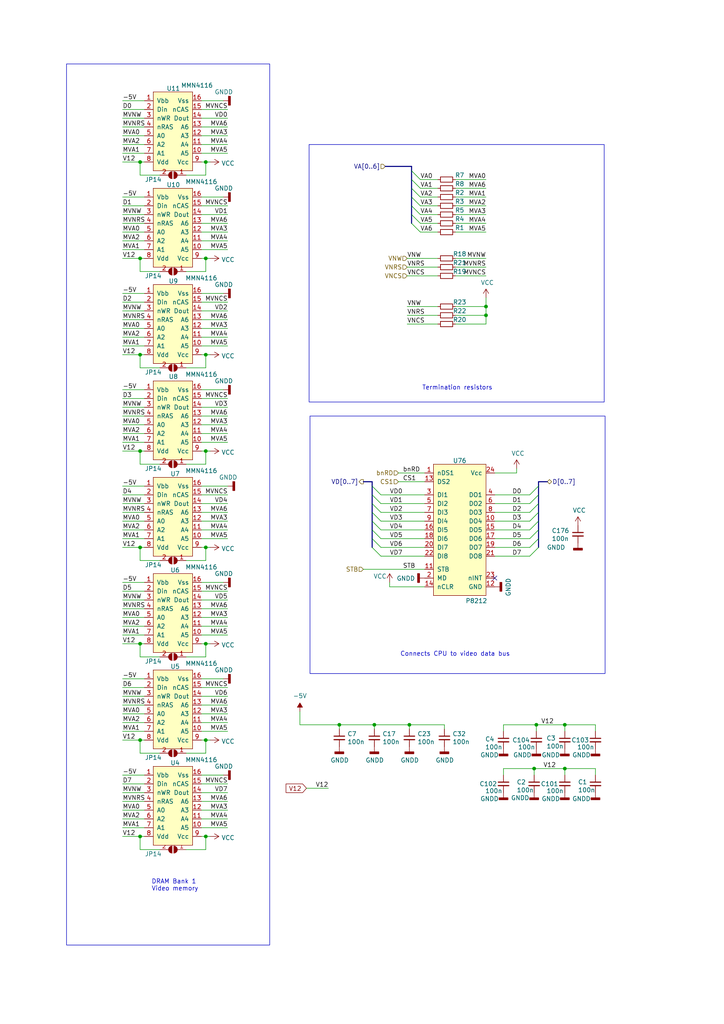
<source format=kicad_sch>
(kicad_sch (version 20230121) (generator eeschema)
  (paper "A4" portrait)
  (lib_symbols
    (symbol "Device:C_Small" (pin_numbers hide) (pin_names (offset 0.254) hide)
      (property "Reference" "C" (at 0.254 1.778 0))
      (property "Value" "C_Small" (at 0.254 -2.032 0))
      (symbol "C_Small_0_1"
        (polyline (pts (xy -1.524 -0.508) (xy 1.524 -0.508)) (stroke (width 0.3302)))
        (polyline (pts (xy -1.524 0.508) (xy 1.524 0.508)) (stroke (width 0.3048)))
      )
      (symbol "C_Small_1_1"
        (pin passive line (at 0 2.54 270) (length 2.032) (name "~") (number "1"))
        (pin passive line (at 0 -2.54 90) (length 2.032) (name "~") (number "2"))
      )
    )
    (symbol "Device:R_Small" (pin_numbers hide) (pin_names (offset 0.254) hide)
      (property "Reference" "R" (at 0.762 0.508 0))
      (property "Value" "R_Small" (at 0.762 -1.016 0))
      (symbol "R_Small_0_1"
        (rectangle (start -0.762 1.778) (end 0.762 -1.778) (stroke (width 0.2032)))
      )
      (symbol "R_Small_1_1"
        (pin passive line (at 0 2.54 270) (length 0.762) (name "~") (number "1"))
        (pin passive line (at 0 -2.54 90) (length 0.762) (name "~") (number "2"))
      )
    )
    (symbol "Jumper:SolderJumper_2_Open" (pin_names (offset 0) hide)
      (property "Reference" "JP" (at 0 2.032 0))
      (property "Value" "SolderJumper_2_Open" (at 0 -2.54 0))
      (symbol "SolderJumper_2_Open_0_1"
        (arc (start -0.254 1.016) (mid -1.2656 0) (end -0.254 -1.016))
        (arc (start -0.254 1.016) (mid -1.2656 0) (end -0.254 -1.016) (fill (type outline)))
        (polyline (pts (xy -0.254 1.016) (xy -0.254 -1.016)))
        (polyline (pts (xy 0.254 1.016) (xy 0.254 -1.016)))
        (arc (start 0.254 -1.016) (mid 1.2656 0) (end 0.254 1.016))
        (arc (start 0.254 -1.016) (mid 1.2656 0) (end 0.254 1.016) (fill (type outline)))
      )
      (symbol "SolderJumper_2_Open_1_1"
        (pin passive line (at -3.81 0 0) (length 2.54) (name "A") (number "1"))
        (pin passive line (at 3.81 0 180) (length 2.54) (name "B") (number "2"))
      )
    )
    (symbol "cobra_original:MMN4116" (pin_names (offset 1.016))
      (property "Reference" "U" (at 0 0 0))
      (property "Value" "MMN4116" (at 0 -2.54 0))
      (symbol "MMN4116_1_1"
        (rectangle (start -6.35 -3.81) (end 5.08 -26.67) (fill (type background)))
        (pin power_in line (at -8.89 -6.35 0) (length 2.54) (name "Vbb") (number "1"))
        (pin input line (at 7.62 -21.59 180) (length 2.54) (name "A5") (number "10"))
        (pin input line (at 7.62 -19.05 180) (length 2.54) (name "A4") (number "11"))
        (pin input line (at 7.62 -16.51 180) (length 2.54) (name "A3") (number "12"))
        (pin input line (at 7.62 -13.97 180) (length 2.54) (name "A6") (number "13"))
        (pin bidirectional line (at 7.62 -11.43 180) (length 2.54) (name "Dout") (number "14"))
        (pin input line (at 7.62 -8.89 180) (length 2.54) (name "nCAS") (number "15"))
        (pin passive line (at 7.62 -6.35 180) (length 2.54) (name "Vss") (number "16"))
        (pin bidirectional line (at -8.89 -8.89 0) (length 2.54) (name "Din") (number "2"))
        (pin input line (at -8.89 -11.43 0) (length 2.54) (name "nWR") (number "3"))
        (pin input line (at -8.89 -13.97 0) (length 2.54) (name "nRAS") (number "4"))
        (pin input line (at -8.89 -16.51 0) (length 2.54) (name "A0") (number "5"))
        (pin input line (at -8.89 -19.05 0) (length 2.54) (name "A2") (number "6"))
        (pin input line (at -8.89 -21.59 0) (length 2.54) (name "A1") (number "7"))
        (pin power_in line (at -8.89 -24.13 0) (length 2.54) (name "Vdd") (number "8"))
        (pin power_in line (at 7.62 -24.13 180) (length 2.54) (name "Vcc") (number "9"))
      )
    )
    (symbol "cobra_original:P8212" (pin_names (offset 1.016))
      (property "Reference" "U" (at 0 19.05 0))
      (property "Value" "P8212" (at 5.08 -21.59 0))
      (symbol "P8212_1_1"
        (rectangle (start -7.62 17.78) (end 7.62 -20.32) (fill (type background)))
        (pin input line (at -10.16 15.24 0) (length 2.54) (name "nDS1") (number "1"))
        (pin tri_state line (at 10.16 1.27 180) (length 2.54) (name "DO4") (number "10"))
        (pin input line (at -10.16 -12.7 0) (length 2.54) (name "STB") (number "11"))
        (pin power_out line (at 10.16 -17.78 180) (length 2.54) (name "GND") (number "12"))
        (pin input line (at -10.16 12.7 0) (length 2.54) (name "DS2") (number "13"))
        (pin input line (at -10.16 -17.78 0) (length 2.54) (name "nCLR") (number "14"))
        (pin tri_state line (at 10.16 -1.27 180) (length 2.54) (name "DO5") (number "15"))
        (pin input line (at -10.16 -1.27 0) (length 2.54) (name "DI5") (number "16"))
        (pin tri_state line (at 10.16 -3.81 180) (length 2.54) (name "DO6") (number "17"))
        (pin input line (at -10.16 -3.81 0) (length 2.54) (name "DI6") (number "18"))
        (pin tri_state line (at 10.16 -6.35 180) (length 2.54) (name "DO7") (number "19"))
        (pin input line (at -10.16 -15.24 0) (length 2.54) (name "MD") (number "2"))
        (pin input line (at -10.16 -6.35 0) (length 2.54) (name "DI7") (number "20"))
        (pin tri_state line (at 10.16 -8.89 180) (length 2.54) (name "DO8") (number "21"))
        (pin input line (at -10.16 -8.89 0) (length 2.54) (name "DI8") (number "22"))
        (pin output line (at 10.16 -15.24 180) (length 2.54) (name "nINT") (number "23"))
        (pin power_in line (at 10.16 15.24 180) (length 2.54) (name "Vcc") (number "24"))
        (pin input line (at -10.16 8.89 0) (length 2.54) (name "DI1") (number "3"))
        (pin tri_state line (at 10.16 8.89 180) (length 2.54) (name "DO1") (number "4"))
        (pin input line (at -10.16 6.35 0) (length 2.54) (name "DI2") (number "5"))
        (pin tri_state line (at 10.16 6.35 180) (length 2.54) (name "DO2") (number "6"))
        (pin input line (at -10.16 3.81 0) (length 2.54) (name "DI3") (number "7"))
        (pin tri_state line (at 10.16 3.81 180) (length 2.54) (name "DO3") (number "8"))
        (pin input line (at -10.16 1.27 0) (length 2.54) (name "DI4") (number "9"))
      )
    )
    (symbol "power:-5V" (power) (pin_names (offset 0))
      (property "Value" "-5V" (at 0 3.81 0))
      (symbol "-5V_0_0"
        (pin power_in line (at 0 0 90) (length 0) hide (name "-5V") (number "1"))
      )
      (symbol "-5V_0_1"
        (polyline (pts (xy 0 0) (xy 0 1.27) (xy 0.762 1.27) (xy 0 2.54) (xy -0.762 1.27) (xy 0 1.27)) (fill (type outline)))
      )
    )
    (symbol "power:GNDD" (power) (pin_names (offset 0))
      (property "Value" "GNDD" (at 0 -3.175 0))
      (symbol "GNDD_0_1"
        (rectangle (start -1.27 -1.524) (end 1.27 -2.032) (stroke (width 0.254)) (fill (type outline)))
        (polyline (pts (xy 0 0) (xy 0 -1.524)))
      )
      (symbol "GNDD_1_1"
        (pin power_in line (at 0 0 270) (length 0) hide (name "GNDD") (number "1"))
      )
    )
    (symbol "power:VCC" (power) (pin_names (offset 0))
      (property "Value" "VCC" (at 0 3.81 0))
      (symbol "VCC_0_1"
        (polyline (pts (xy -0.762 1.27) (xy 0 2.54)))
        (polyline (pts (xy 0 0) (xy 0 2.54)))
        (polyline (pts (xy 0 2.54) (xy 0.762 1.27)))
      )
      (symbol "VCC_1_1"
        (pin power_in line (at 0 0 90) (length 0) hide (name "VCC") (number "1"))
      )
    )
  )
  (junction (at 40.64 102.87))
  (junction (at 59.69 214.63))
  (junction (at 59.69 130.81))
  (junction (at 155.575 210.185))
  (junction (at 40.64 74.93))
  (junction (at 40.64 214.63))
  (junction (at 140.97 88.9))
  (junction (at 59.69 46.99))
  (junction (at 59.69 158.75))
  (junction (at 108.585 210.185))
  (junction (at 59.69 242.57))
  (junction (at 163.83 210.185))
  (junction (at 59.69 102.87))
  (junction (at 118.745 210.185))
  (junction (at 140.97 91.44))
  (junction (at 154.94 222.885))
  (junction (at 163.83 222.885))
  (junction (at 98.425 210.185))
  (junction (at 59.69 186.69))
  (junction (at 40.64 186.69))
  (junction (at 40.64 130.81))
  (junction (at 59.69 74.93))
  (junction (at 40.64 158.75))
  (junction (at 40.64 46.99))
  (junction (at 40.64 242.57))
  (no_connect (at 143.51 167.64))
  (bus_entry (at 153.67 153.67) (size 2.54 -2.54))
  (bus_entry (at 119.38 64.77) (size 2.54 2.54))
  (bus_entry (at 153.67 156.21) (size 2.54 -2.54))
  (bus_entry (at 107.95 158.75) (size 2.54 2.54))
  (bus_entry (at 153.67 146.05) (size 2.54 -2.54))
  (bus_entry (at 153.67 161.29) (size 2.54 -2.54))
  (bus_entry (at 107.95 148.59) (size 2.54 2.54))
  (bus_entry (at 107.95 140.97) (size 2.54 2.54))
  (bus_entry (at 119.38 62.23) (size 2.54 2.54))
  (bus_entry (at 107.95 156.21) (size 2.54 2.54))
  (bus_entry (at 119.38 52.07) (size 2.54 2.54))
  (bus_entry (at 119.38 59.69) (size 2.54 2.54))
  (bus_entry (at 153.67 143.51) (size 2.54 -2.54))
  (bus_entry (at 107.95 153.67) (size 2.54 2.54))
  (bus_entry (at 119.38 54.61) (size 2.54 2.54))
  (bus_entry (at 119.38 57.15) (size 2.54 2.54))
  (bus_entry (at 107.95 146.05) (size 2.54 2.54))
  (bus_entry (at 107.95 151.13) (size 2.54 2.54))
  (bus_entry (at 153.67 151.13) (size 2.54 -2.54))
  (bus_entry (at 107.95 143.51) (size 2.54 2.54))
  (bus_entry (at 153.67 148.59) (size 2.54 -2.54))
  (bus_entry (at 119.38 49.53) (size 2.54 2.54))
  (bus_entry (at 153.67 158.75) (size 2.54 -2.54))
  (wire (pts (xy 58.42 143.51) (xy 66.04 143.51)))
  (bus (pts (xy 107.95 156.21) (xy 107.95 158.75)))
  (wire (pts (xy 146.05 224.79) (xy 146.05 222.885)))
  (wire (pts (xy 140.97 91.44) (xy 140.97 88.9)))
  (wire (pts (xy 59.69 74.93) (xy 60.96 74.93)))
  (wire (pts (xy 110.49 148.59) (xy 123.19 148.59)))
  (wire (pts (xy 53.975 218.44) (xy 59.69 218.44)))
  (wire (pts (xy 155.575 210.185) (xy 163.83 210.185)))
  (bus (pts (xy 156.21 140.97) (xy 156.21 143.51)))
  (wire (pts (xy 40.64 78.74) (xy 40.64 74.93)))
  (wire (pts (xy 105.41 165.1) (xy 123.19 165.1)))
  (wire (pts (xy 58.42 207.01) (xy 66.04 207.01)))
  (wire (pts (xy 155.575 210.185) (xy 155.575 212.09)))
  (wire (pts (xy 40.64 134.62) (xy 40.64 130.81)))
  (wire (pts (xy 35.56 232.41) (xy 41.91 232.41)))
  (wire (pts (xy 154.94 222.885) (xy 163.83 222.885)))
  (wire (pts (xy 35.56 100.33) (xy 41.91 100.33)))
  (wire (pts (xy 110.49 153.67) (xy 123.19 153.67)))
  (wire (pts (xy 58.42 90.17) (xy 66.04 90.17)))
  (wire (pts (xy 58.42 224.79) (xy 64.77 224.79)))
  (wire (pts (xy 35.56 44.45) (xy 41.91 44.45)))
  (wire (pts (xy 58.42 69.85) (xy 66.04 69.85)))
  (wire (pts (xy 58.42 125.73) (xy 66.04 125.73)))
  (wire (pts (xy 58.42 118.11) (xy 66.04 118.11)))
  (bus (pts (xy 119.38 54.61) (xy 119.38 57.15)))
  (wire (pts (xy 58.42 62.23) (xy 66.04 62.23)))
  (wire (pts (xy 35.56 227.33) (xy 41.91 227.33)))
  (wire (pts (xy 58.42 85.09) (xy 64.77 85.09)))
  (wire (pts (xy 127 57.15) (xy 121.92 57.15)))
  (wire (pts (xy 58.42 184.15) (xy 66.04 184.15)))
  (wire (pts (xy 40.64 218.44) (xy 40.64 214.63)))
  (wire (pts (xy 58.42 113.03) (xy 64.77 113.03)))
  (wire (pts (xy 53.975 78.74) (xy 59.69 78.74)))
  (wire (pts (xy 35.56 57.15) (xy 41.91 57.15)))
  (wire (pts (xy 53.975 50.8) (xy 59.69 50.8)))
  (wire (pts (xy 121.92 67.31) (xy 127 67.31)))
  (wire (pts (xy 143.51 146.05) (xy 153.67 146.05)))
  (wire (pts (xy 58.42 41.91) (xy 66.04 41.91)))
  (wire (pts (xy 154.94 222.885) (xy 154.94 224.79)))
  (wire (pts (xy 132.08 74.93) (xy 140.97 74.93)))
  (wire (pts (xy 40.64 186.69) (xy 41.91 186.69)))
  (wire (pts (xy 35.56 118.11) (xy 41.91 118.11)))
  (wire (pts (xy 118.11 77.47) (xy 127 77.47)))
  (wire (pts (xy 143.51 158.75) (xy 153.67 158.75)))
  (wire (pts (xy 35.56 72.39) (xy 41.91 72.39)))
  (wire (pts (xy 40.64 214.63) (xy 35.56 214.63)))
  (wire (pts (xy 58.42 72.39) (xy 66.04 72.39)))
  (wire (pts (xy 58.42 46.99) (xy 59.69 46.99)))
  (wire (pts (xy 58.42 95.25) (xy 66.04 95.25)))
  (wire (pts (xy 35.56 115.57) (xy 41.91 115.57)))
  (wire (pts (xy 35.56 128.27) (xy 41.91 128.27)))
  (wire (pts (xy 35.56 62.23) (xy 41.91 62.23)))
  (wire (pts (xy 108.585 211.455) (xy 108.585 210.185)))
  (wire (pts (xy 35.56 39.37) (xy 41.91 39.37)))
  (wire (pts (xy 86.995 210.185) (xy 98.425 210.185)))
  (wire (pts (xy 35.56 181.61) (xy 41.91 181.61)))
  (wire (pts (xy 127 52.07) (xy 121.92 52.07)))
  (wire (pts (xy 58.42 146.05) (xy 66.04 146.05)))
  (wire (pts (xy 58.42 57.15) (xy 64.77 57.15)))
  (wire (pts (xy 58.42 199.39) (xy 66.04 199.39)))
  (wire (pts (xy 132.08 88.9) (xy 140.97 88.9)))
  (wire (pts (xy 58.42 158.75) (xy 59.69 158.75)))
  (wire (pts (xy 58.42 181.61) (xy 66.04 181.61)))
  (wire (pts (xy 40.64 46.99) (xy 41.91 46.99)))
  (wire (pts (xy 58.42 29.21) (xy 64.77 29.21)))
  (wire (pts (xy 59.69 218.44) (xy 59.69 214.63)))
  (wire (pts (xy 113.03 170.18) (xy 113.03 168.91)))
  (wire (pts (xy 46.355 134.62) (xy 40.64 134.62)))
  (wire (pts (xy 118.745 210.185) (xy 128.905 210.185)))
  (bus (pts (xy 107.95 140.97) (xy 107.95 143.51)))
  (wire (pts (xy 58.42 173.99) (xy 66.04 173.99)))
  (wire (pts (xy 35.56 242.57) (xy 40.64 242.57)))
  (wire (pts (xy 149.86 135.89) (xy 149.86 137.16)))
  (wire (pts (xy 35.56 95.25) (xy 41.91 95.25)))
  (wire (pts (xy 118.11 80.01) (xy 127 80.01)))
  (wire (pts (xy 172.72 210.185) (xy 172.72 212.09)))
  (wire (pts (xy 58.42 153.67) (xy 66.04 153.67)))
  (wire (pts (xy 115.57 139.7) (xy 123.19 139.7)))
  (wire (pts (xy 58.42 140.97) (xy 66.04 140.97)))
  (wire (pts (xy 108.585 210.185) (xy 118.745 210.185)))
  (wire (pts (xy 121.92 62.23) (xy 127 62.23)))
  (wire (pts (xy 132.08 64.77) (xy 140.97 64.77)))
  (wire (pts (xy 146.05 210.185) (xy 155.575 210.185)))
  (bus (pts (xy 107.95 151.13) (xy 107.95 153.67)))
  (wire (pts (xy 132.08 80.01) (xy 140.97 80.01)))
  (wire (pts (xy 58.42 234.95) (xy 66.04 234.95)))
  (wire (pts (xy 35.56 59.69) (xy 41.91 59.69)))
  (wire (pts (xy 163.83 222.885) (xy 172.72 222.885)))
  (wire (pts (xy 35.56 64.77) (xy 41.91 64.77)))
  (wire (pts (xy 40.64 246.38) (xy 40.64 242.57)))
  (wire (pts (xy 35.56 102.87) (xy 40.64 102.87)))
  (wire (pts (xy 58.42 123.19) (xy 66.04 123.19)))
  (wire (pts (xy 41.91 74.93) (xy 40.64 74.93)))
  (wire (pts (xy 58.42 176.53) (xy 66.04 176.53)))
  (wire (pts (xy 58.42 59.69) (xy 66.04 59.69)))
  (wire (pts (xy 58.42 87.63) (xy 66.04 87.63)))
  (wire (pts (xy 140.97 93.98) (xy 140.97 91.44)))
  (wire (pts (xy 118.745 211.455) (xy 118.745 210.185)))
  (wire (pts (xy 59.69 214.63) (xy 60.96 214.63)))
  (bus (pts (xy 156.21 148.59) (xy 156.21 151.13)))
  (wire (pts (xy 35.56 184.15) (xy 41.91 184.15)))
  (wire (pts (xy 143.51 153.67) (xy 153.67 153.67)))
  (wire (pts (xy 35.56 85.09) (xy 41.91 85.09)))
  (wire (pts (xy 35.56 176.53) (xy 41.91 176.53)))
  (wire (pts (xy 121.92 59.69) (xy 127 59.69)))
  (wire (pts (xy 40.64 74.93) (xy 35.56 74.93)))
  (wire (pts (xy 35.56 67.31) (xy 41.91 67.31)))
  (wire (pts (xy 58.42 64.77) (xy 66.04 64.77)))
  (bus (pts (xy 158.75 139.7) (xy 156.21 139.7)))
  (bus (pts (xy 107.95 153.67) (xy 107.95 156.21)))
  (wire (pts (xy 53.975 246.38) (xy 59.69 246.38)))
  (wire (pts (xy 58.42 240.03) (xy 66.04 240.03)))
  (bus (pts (xy 156.21 143.51) (xy 156.21 146.05)))
  (wire (pts (xy 58.42 232.41) (xy 66.04 232.41)))
  (bus (pts (xy 156.21 153.67) (xy 156.21 156.21)))
  (bus (pts (xy 107.95 146.05) (xy 107.95 148.59)))
  (wire (pts (xy 46.355 78.74) (xy 40.64 78.74)))
  (bus (pts (xy 105.41 139.7) (xy 107.95 139.7)))
  (bus (pts (xy 119.38 57.15) (xy 119.38 59.69)))
  (wire (pts (xy 59.69 190.5) (xy 59.69 186.69)))
  (bus (pts (xy 156.21 146.05) (xy 156.21 148.59)))
  (wire (pts (xy 128.905 211.455) (xy 128.905 210.185)))
  (wire (pts (xy 35.56 36.83) (xy 41.91 36.83)))
  (bus (pts (xy 119.38 49.53) (xy 119.38 52.07)))
  (wire (pts (xy 53.975 162.56) (xy 59.69 162.56)))
  (wire (pts (xy 121.92 64.77) (xy 127 64.77)))
  (wire (pts (xy 163.83 222.885) (xy 163.83 224.79)))
  (wire (pts (xy 143.51 151.13) (xy 153.67 151.13)))
  (wire (pts (xy 143.51 137.16) (xy 149.86 137.16)))
  (wire (pts (xy 132.08 77.47) (xy 140.97 77.47)))
  (wire (pts (xy 35.56 204.47) (xy 41.91 204.47)))
  (wire (pts (xy 58.42 212.09) (xy 66.04 212.09)))
  (wire (pts (xy 53.975 106.68) (xy 59.69 106.68)))
  (wire (pts (xy 58.42 227.33) (xy 66.04 227.33)))
  (wire (pts (xy 46.355 246.38) (xy 40.64 246.38)))
  (wire (pts (xy 40.64 190.5) (xy 40.64 186.69)))
  (wire (pts (xy 58.42 171.45) (xy 66.04 171.45)))
  (bus (pts (xy 156.21 156.21) (xy 156.21 158.75)))
  (wire (pts (xy 59.69 242.57) (xy 60.96 242.57)))
  (wire (pts (xy 58.42 31.75) (xy 66.04 31.75)))
  (bus (pts (xy 156.21 151.13) (xy 156.21 153.67)))
  (wire (pts (xy 35.56 201.93) (xy 41.91 201.93)))
  (wire (pts (xy 59.69 78.74) (xy 59.69 74.93)))
  (wire (pts (xy 98.425 211.455) (xy 98.425 210.185)))
  (wire (pts (xy 35.56 90.17) (xy 41.91 90.17)))
  (wire (pts (xy 35.56 87.63) (xy 41.91 87.63)))
  (wire (pts (xy 58.42 204.47) (xy 66.04 204.47)))
  (wire (pts (xy 40.64 50.8) (xy 40.64 46.99)))
  (wire (pts (xy 132.08 52.07) (xy 140.97 52.07)))
  (wire (pts (xy 40.64 162.56) (xy 40.64 158.75)))
  (wire (pts (xy 35.56 224.79) (xy 41.91 224.79)))
  (bus (pts (xy 119.38 59.69) (xy 119.38 62.23)))
  (wire (pts (xy 35.56 199.39) (xy 41.91 199.39)))
  (wire (pts (xy 59.69 50.8) (xy 59.69 46.99)))
  (wire (pts (xy 58.42 130.81) (xy 59.69 130.81)))
  (wire (pts (xy 35.56 212.09) (xy 41.91 212.09)))
  (wire (pts (xy 118.11 88.9) (xy 127 88.9)))
  (wire (pts (xy 59.69 162.56) (xy 59.69 158.75)))
  (wire (pts (xy 53.975 190.5) (xy 59.69 190.5)))
  (bus (pts (xy 119.38 52.07) (xy 119.38 54.61)))
  (wire (pts (xy 35.56 34.29) (xy 41.91 34.29)))
  (wire (pts (xy 35.56 156.21) (xy 41.91 156.21)))
  (wire (pts (xy 58.42 201.93) (xy 66.04 201.93)))
  (wire (pts (xy 58.42 102.87) (xy 59.69 102.87)))
  (bus (pts (xy 111.76 48.26) (xy 119.38 48.26)))
  (wire (pts (xy 59.69 106.68) (xy 59.69 102.87)))
  (wire (pts (xy 132.08 54.61) (xy 140.97 54.61)))
  (wire (pts (xy 35.56 125.73) (xy 41.91 125.73)))
  (wire (pts (xy 118.11 91.44) (xy 127 91.44)))
  (wire (pts (xy 35.56 148.59) (xy 41.91 148.59)))
  (bus (pts (xy 107.95 143.51) (xy 107.95 146.05)))
  (wire (pts (xy 35.56 46.99) (xy 40.64 46.99)))
  (wire (pts (xy 127 54.61) (xy 121.92 54.61)))
  (wire (pts (xy 35.56 69.85) (xy 41.91 69.85)))
  (wire (pts (xy 58.42 151.13) (xy 66.04 151.13)))
  (wire (pts (xy 35.56 168.91) (xy 41.91 168.91)))
  (wire (pts (xy 59.69 134.62) (xy 59.69 130.81)))
  (wire (pts (xy 132.08 62.23) (xy 140.97 62.23)))
  (wire (pts (xy 132.08 57.15) (xy 140.97 57.15)))
  (wire (pts (xy 58.42 128.27) (xy 66.04 128.27)))
  (wire (pts (xy 35.56 143.51) (xy 41.91 143.51)))
  (wire (pts (xy 132.08 93.98) (xy 140.97 93.98)))
  (bus (pts (xy 156.21 139.7) (xy 156.21 140.97)))
  (wire (pts (xy 59.69 186.69) (xy 60.96 186.69)))
  (wire (pts (xy 35.56 140.97) (xy 41.91 140.97)))
  (wire (pts (xy 58.42 242.57) (xy 59.69 242.57)))
  (wire (pts (xy 46.355 106.68) (xy 40.64 106.68)))
  (wire (pts (xy 143.51 156.21) (xy 153.67 156.21)))
  (wire (pts (xy 58.42 214.63) (xy 59.69 214.63)))
  (wire (pts (xy 46.355 190.5) (xy 40.64 190.5)))
  (wire (pts (xy 35.56 123.19) (xy 41.91 123.19)))
  (wire (pts (xy 35.56 29.21) (xy 41.91 29.21)))
  (wire (pts (xy 35.56 179.07) (xy 41.91 179.07)))
  (wire (pts (xy 132.08 91.44) (xy 140.97 91.44)))
  (wire (pts (xy 35.56 41.91) (xy 41.91 41.91)))
  (wire (pts (xy 58.42 34.29) (xy 66.04 34.29)))
  (wire (pts (xy 58.42 237.49) (xy 66.04 237.49)))
  (wire (pts (xy 35.56 234.95) (xy 41.91 234.95)))
  (wire (pts (xy 140.97 88.9) (xy 140.97 86.36)))
  (wire (pts (xy 118.11 93.98) (xy 127 93.98)))
  (wire (pts (xy 143.51 143.51) (xy 153.67 143.51)))
  (wire (pts (xy 172.72 222.885) (xy 172.72 224.79)))
  (bus (pts (xy 107.95 139.7) (xy 107.95 140.97)))
  (wire (pts (xy 118.11 74.93) (xy 127 74.93)))
  (wire (pts (xy 110.49 158.75) (xy 123.19 158.75)))
  (wire (pts (xy 58.42 92.71) (xy 66.04 92.71)))
  (wire (pts (xy 58.42 229.87) (xy 66.04 229.87)))
  (wire (pts (xy 35.56 229.87) (xy 41.91 229.87)))
  (wire (pts (xy 132.08 59.69) (xy 140.97 59.69)))
  (wire (pts (xy 35.56 92.71) (xy 41.91 92.71)))
  (wire (pts (xy 59.69 158.75) (xy 60.96 158.75)))
  (wire (pts (xy 58.42 39.37) (xy 66.04 39.37)))
  (wire (pts (xy 59.69 130.81) (xy 60.96 130.81)))
  (wire (pts (xy 40.64 158.75) (xy 35.56 158.75)))
  (wire (pts (xy 35.56 153.67) (xy 41.91 153.67)))
  (wire (pts (xy 35.56 171.45) (xy 41.91 171.45)))
  (wire (pts (xy 35.56 113.03) (xy 41.91 113.03)))
  (wire (pts (xy 35.56 120.65) (xy 41.91 120.65)))
  (wire (pts (xy 110.49 161.29) (xy 123.19 161.29)))
  (wire (pts (xy 58.42 186.69) (xy 59.69 186.69)))
  (wire (pts (xy 110.49 151.13) (xy 123.19 151.13)))
  (wire (pts (xy 35.56 207.01) (xy 41.91 207.01)))
  (wire (pts (xy 58.42 156.21) (xy 66.04 156.21)))
  (wire (pts (xy 40.64 130.81) (xy 35.56 130.81)))
  (wire (pts (xy 35.56 97.79) (xy 41.91 97.79)))
  (wire (pts (xy 58.42 196.85) (xy 64.77 196.85)))
  (wire (pts (xy 58.42 209.55) (xy 66.04 209.55)))
  (wire (pts (xy 143.51 148.59) (xy 153.67 148.59)))
  (wire (pts (xy 58.42 100.33) (xy 66.04 100.33)))
  (wire (pts (xy 35.56 237.49) (xy 41.91 237.49)))
  (wire (pts (xy 115.57 137.16) (xy 123.19 137.16)))
  (bus (pts (xy 107.95 148.59) (xy 107.95 151.13)))
  (wire (pts (xy 110.49 146.05) (xy 123.19 146.05)))
  (wire (pts (xy 35.56 186.69) (xy 40.64 186.69)))
  (wire (pts (xy 35.56 146.05) (xy 41.91 146.05)))
  (wire (pts (xy 40.64 102.87) (xy 41.91 102.87)))
  (wire (pts (xy 46.355 162.56) (xy 40.64 162.56)))
  (wire (pts (xy 35.56 196.85) (xy 41.91 196.85)))
  (wire (pts (xy 58.42 44.45) (xy 66.04 44.45)))
  (wire (pts (xy 110.49 156.21) (xy 123.19 156.21)))
  (wire (pts (xy 58.42 74.93) (xy 59.69 74.93)))
  (wire (pts (xy 58.42 148.59) (xy 66.04 148.59)))
  (wire (pts (xy 59.69 246.38) (xy 59.69 242.57)))
  (wire (pts (xy 146.05 212.09) (xy 146.05 210.185)))
  (wire (pts (xy 46.355 50.8) (xy 40.64 50.8)))
  (wire (pts (xy 58.42 120.65) (xy 66.04 120.65)))
  (wire (pts (xy 58.42 115.57) (xy 66.04 115.57)))
  (bus (pts (xy 119.38 48.26) (xy 119.38 49.53)))
  (wire (pts (xy 58.42 168.91) (xy 64.77 168.91)))
  (wire (pts (xy 46.355 218.44) (xy 40.64 218.44)))
  (wire (pts (xy 163.83 210.185) (xy 163.83 212.09)))
  (wire (pts (xy 40.64 106.68) (xy 40.64 102.87)))
  (wire (pts (xy 59.69 46.99) (xy 60.96 46.99)))
  (wire (pts (xy 53.975 134.62) (xy 59.69 134.62)))
  (wire (pts (xy 35.56 31.75) (xy 41.91 31.75)))
  (wire (pts (xy 35.56 173.99) (xy 41.91 173.99)))
  (wire (pts (xy 58.42 36.83) (xy 66.04 36.83)))
  (wire (pts (xy 86.995 206.375) (xy 86.995 210.185)))
  (wire (pts (xy 163.83 210.185) (xy 172.72 210.185)))
  (wire (pts (xy 143.51 161.29) (xy 153.67 161.29)))
  (wire (pts (xy 35.56 209.55) (xy 41.91 209.55)))
  (wire (pts (xy 98.425 210.185) (xy 108.585 210.185)))
  (wire (pts (xy 58.42 67.31) (xy 66.04 67.31)))
  (wire (pts (xy 41.91 130.81) (xy 40.64 130.81)))
  (wire (pts (xy 35.56 151.13) (xy 41.91 151.13)))
  (wire (pts (xy 132.08 67.31) (xy 140.97 67.31)))
  (wire (pts (xy 59.69 102.87) (xy 60.96 102.87)))
  (wire (pts (xy 41.91 214.63) (xy 40.64 214.63)))
  (wire (pts (xy 41.91 158.75) (xy 40.64 158.75)))
  (wire (pts (xy 58.42 179.07) (xy 66.04 179.07)))
  (wire (pts (xy 88.9 228.6) (xy 95.25 228.6)))
  (wire (pts (xy 123.19 170.18) (xy 113.03 170.18)))
  (bus (pts (xy 119.38 62.23) (xy 119.38 64.77)))
  (wire (pts (xy 110.49 143.51) (xy 123.19 143.51)))
  (wire (pts (xy 35.56 240.03) (xy 41.91 240.03)))
  (wire (pts (xy 58.42 97.79) (xy 66.04 97.79)))
  (wire (pts (xy 146.05 222.885) (xy 154.94 222.885)))
  (wire (pts (xy 40.64 242.57) (xy 41.91 242.57)))
  (rectangle (start 19.304 18.542) (end 78.232 274.066))
  (rectangle (start 89.916 120.65) (end 175.514 195.326))
  (rectangle (start 89.662 41.91) (end 175.26 116.586))
  (text "Connects CPU to video data bus" (at 116.078 190.5 0) (effects (font (size 1.27 1.27)) (justify left bottom)))
  (text "DRAM Bank 1\nVideo memory" (at 43.942 258.572 0) (effects (font (size 1.27 1.27)) (justify left bottom)))
  (text "Termination resistors" (at 122.428 113.284 0) (effects (font (size 1.27 1.27)) (justify left bottom)))
  (label "MVA2" (at 35.56 237.49 0))
  (label "V12" (at 35.56 102.87 0))
  (label "MVNCS" (at 66.04 115.57 180))
  (label "V12" (at 35.56 74.93 0))
  (label "MVNCS" (at 66.04 199.39 180))
  (label "D4" (at 148.59 153.67 0))
  (label "V12" (at 160.655 210.185 180))
  (label "MVA0" (at 35.56 67.31 0))
  (label "MVA3" (at 140.97 62.23 180))
  (label "MVNCS" (at 66.04 87.63 180))
  (label "D5" (at 35.56 171.45 0))
  (label "VD6" (at 113.03 158.75 0))
  (label "D1" (at 148.59 146.05 0))
  (label "MVA5" (at 66.04 44.45 180))
  (label "MVA6" (at 66.04 120.65 180))
  (label "MVA6" (at 66.04 204.47 180))
  (label "VD2" (at 113.03 148.59 0))
  (label "MVA4" (at 66.04 41.91 180))
  (label "VNRS" (at 118.11 91.44 0))
  (label "D0" (at 35.56 31.75 0))
  (label "MVA6" (at 66.04 176.53 180))
  (label "D1" (at 35.56 59.69 0))
  (label "-5V" (at 35.56 57.15 0))
  (label "MVA5" (at 66.04 100.33 180))
  (label "VD3" (at 113.03 151.13 0))
  (label "MVA3" (at 66.04 67.31 180))
  (label "VA0" (at 121.92 52.07 0))
  (label "MVA0" (at 35.56 123.19 0))
  (label "MVNRS" (at 35.56 232.41 0))
  (label "MVA2" (at 35.56 181.61 0))
  (label "MVNCS" (at 66.04 143.51 180))
  (label "MVNRS" (at 35.56 92.71 0))
  (label "VNW" (at 118.11 88.9 0))
  (label "MVA3" (at 66.04 234.95 180))
  (label "MVA6" (at 66.04 36.83 180))
  (label "D2" (at 35.56 87.63 0))
  (label "-5V" (at 35.56 224.79 0))
  (label "-5V" (at 35.56 196.85 0))
  (label "MVNCS" (at 66.04 227.33 180))
  (label "MVNW" (at 35.56 34.29 0))
  (label "VA1" (at 121.92 54.61 0))
  (label "MVA1" (at 35.56 184.15 0))
  (label "V12" (at 35.56 158.75 0))
  (label "MVNW" (at 140.97 74.93 180))
  (label "MVA1" (at 140.97 57.15 180))
  (label "D5" (at 148.59 156.21 0))
  (label "MVA1" (at 35.56 128.27 0))
  (label "VNW" (at 118.11 74.93 0))
  (label "MVA1" (at 35.56 44.45 0))
  (label "VD1" (at 113.03 146.05 0))
  (label "MVA0" (at 35.56 39.37 0))
  (label "MVA4" (at 66.04 181.61 180))
  (label "MVA2" (at 35.56 125.73 0))
  (label "MVNRS" (at 35.56 64.77 0))
  (label "CS1" (at 116.84 139.7 0))
  (label "MVA5" (at 66.04 128.27 180))
  (label "MVA3" (at 66.04 123.19 180))
  (label "VD1" (at 66.04 62.23 180))
  (label "MVA4" (at 66.04 69.85 180))
  (label "VD6" (at 66.04 201.93 180))
  (label "D6" (at 35.56 199.39 0))
  (label "MVA2" (at 35.56 97.79 0))
  (label "MVA5" (at 66.04 72.39 180))
  (label "VNRS" (at 118.11 77.47 0))
  (label "MVA4" (at 66.04 209.55 180))
  (label "V12" (at 35.56 242.57 0))
  (label "MVA0" (at 35.56 151.13 0))
  (label "MVA2" (at 35.56 209.55 0))
  (label "MVA6" (at 140.97 54.61 180))
  (label "MVA5" (at 66.04 240.03 180))
  (label "MVNCS" (at 66.04 59.69 180))
  (label "-5V" (at 35.56 29.21 0))
  (label "MVA0" (at 140.97 52.07 180))
  (label "MVNCS" (at 66.04 31.75 180))
  (label "MVA4" (at 66.04 125.73 180))
  (label "MVA4" (at 66.04 153.67 180))
  (label "D2" (at 148.59 148.59 0))
  (label "V12" (at 35.56 46.99 0))
  (label "D4" (at 35.56 143.51 0))
  (label "VD7" (at 66.04 229.87 180))
  (label "VA5" (at 121.92 64.77 0))
  (label "MVA6" (at 66.04 92.71 180))
  (label "MVA2" (at 35.56 41.91 0))
  (label "D6" (at 148.59 158.75 0))
  (label "-5V" (at 35.56 85.09 0))
  (label "MVA5" (at 66.04 184.15 180))
  (label "MVNCS" (at 140.97 80.01 180))
  (label "D3" (at 148.59 151.13 0))
  (label "VNCS" (at 118.11 80.01 0))
  (label "MVA3" (at 66.04 151.13 180))
  (label "D7" (at 35.56 227.33 0))
  (label "MVNRS" (at 35.56 148.59 0))
  (label "MVA1" (at 35.56 100.33 0))
  (label "VD3" (at 66.04 118.11 180))
  (label "D7" (at 148.59 161.29 0))
  (label "MVA1" (at 35.56 72.39 0))
  (label "V12" (at 35.56 186.69 0))
  (label "MVNW" (at 35.56 62.23 0))
  (label "-5V" (at 35.56 113.03 0))
  (label "MVNRS" (at 140.97 77.47 180))
  (label "MVA4" (at 66.04 237.49 180))
  (label "MVA2" (at 35.56 153.67 0))
  (label "MVA1" (at 35.56 240.03 0))
  (label "MVA6" (at 66.04 64.77 180))
  (label "MVNRS" (at 35.56 176.53 0))
  (label "MVA5" (at 66.04 156.21 180))
  (label "VD0" (at 66.04 34.29 180))
  (label "VD4" (at 66.04 146.05 180))
  (label "VD0" (at 113.03 143.51 0))
  (label "MVA4" (at 66.04 97.79 180))
  (label "D3" (at 35.56 115.57 0))
  (label "MVA3" (at 66.04 207.01 180))
  (label "-5V" (at 35.56 140.97 0))
  (label "MVNRS" (at 35.56 204.47 0))
  (label "MVA5" (at 66.04 212.09 180))
  (label "MVNW" (at 35.56 90.17 0))
  (label "MVA0" (at 35.56 95.25 0))
  (label "VA2" (at 121.92 57.15 0))
  (label "MVA1" (at 35.56 156.21 0))
  (label "MVNCS" (at 66.04 171.45 180))
  (label "V12" (at 95.25 228.6 180))
  (label "V12" (at 161.29 222.885 180))
  (label "VD5" (at 113.03 156.21 0))
  (label "MVA2" (at 140.97 59.69 180))
  (label "VD4" (at 113.03 153.67 0))
  (label "VA4" (at 121.92 62.23 0))
  (label "MVA2" (at 35.56 69.85 0))
  (label "MVA0" (at 35.56 207.01 0))
  (label "STB" (at 116.84 165.1 0))
  (label "V12" (at 35.56 214.63 0))
  (label "VA6" (at 121.92 67.31 0))
  (label "VNCS" (at 118.11 93.98 0))
  (label "MVA3" (at 66.04 179.07 180))
  (label "MVNW" (at 35.56 173.99 0))
  (label "VA3" (at 121.92 59.69 0))
  (label "MVNW" (at 35.56 201.93 0))
  (label "MVA0" (at 35.56 234.95 0))
  (label "MVA1" (at 35.56 212.09 0))
  (label "V12" (at 35.56 130.81 0))
  (label "MVNRS" (at 35.56 120.65 0))
  (label "D0" (at 148.59 143.51 0))
  (label "MVA5" (at 140.97 67.31 180))
  (label "MVNW" (at 35.56 118.11 0))
  (label "MVA4" (at 140.97 64.77 180))
  (label "bnRD" (at 116.84 137.16 0))
  (label "MVNW" (at 35.56 229.87 0))
  (label "MVA6" (at 66.04 148.59 180))
  (label "VD7" (at 113.03 161.29 0))
  (label "MVA6" (at 66.04 232.41 180))
  (label "-5V" (at 35.56 168.91 0))
  (label "VD2" (at 66.04 90.17 180))
  (label "MVNRS" (at 35.56 36.83 0))
  (label "MVNW" (at 35.56 146.05 0))
  (label "MVA0" (at 35.56 179.07 0))
  (label "MVA3" (at 66.04 95.25 180))
  (label "MVA3" (at 66.04 39.37 180))
  (label "VD5" (at 66.04 173.99 180))
  (global_label "V12" (shape input) (at 88.9 228.6 180) (property "Intersheetrefs" "${INTERSHEET_REFS}" (effects hide)))
  (hierarchical_label "VNCS" (shape input) (at 118.11 80.01 180))
  (hierarchical_label "VA[0..6]" (shape input) (at 111.76 48.26 180))
  (hierarchical_label "VD[0..7]" (shape output) (at 105.41 139.7 180))
  (hierarchical_label "VNRS" (shape input) (at 118.11 77.47 180))
  (hierarchical_label "CS1" (shape input) (at 115.57 139.7 180))
  (hierarchical_label "STB" (shape input) (at 105.41 165.1 180))
  (hierarchical_label "bnRD" (shape input) (at 115.57 137.16 180))
  (hierarchical_label "D[0..7]" (shape bidirectional) (at 158.75 139.7 0))
  (hierarchical_label "VNW" (shape input) (at 118.11 74.93 180))
  (symbol (lib_id "power:VCC") (at 60.96 242.57 270) (unit 1)
    (property "Reference" "#PWR0320" (effects hide))
    (property "Value" "VCC" (at 64.2112 242.951 90) (effects (justify left)))
  )
  (symbol (lib_id "power:GNDD") (at 64.77 224.79 90) (unit 1)
    (property "Reference" "#PWR0321" (effects hide))
    (property "Value" "GNDD" (at 62.23 222.25 90) (effects (justify right)))
  )
  (symbol (lib_id "Device:R_Small") (at 129.54 52.07 270) (unit 1)
    (property "Reference" "R7" (at 133.35 50.8 90))
    (property "Value" "33" (effects hide))
    (property "Footprint" "Cobra_original:R_Axial_DIN0204_L3.6mm_D1.6mm_P5.08mm_Horizontal" (effects hide))
  )
  (symbol (lib_id "Device:R_Small") (at 129.54 54.61 270) (unit 1)
    (property "Reference" "R8" (at 133.35 53.34 90))
    (property "Value" "33" (effects hide))
    (property "Footprint" "Cobra_original:R_Axial_DIN0204_L3.6mm_D1.6mm_P5.08mm_Horizontal" (effects hide))
  )
  (symbol (lib_id "Device:R_Small") (at 129.54 57.15 270) (unit 1)
    (property "Reference" "R2" (at 133.35 55.88 90))
    (property "Value" "33" (effects hide))
    (property "Footprint" "Cobra_original:R_Axial_DIN0204_L3.6mm_D1.6mm_P5.08mm_Horizontal" (effects hide))
  )
  (symbol (lib_id "Device:R_Small") (at 129.54 59.69 90) (unit 1)
    (property "Reference" "R3" (at 133.35 58.42 90))
    (property "Value" "33" (effects hide))
    (property "Footprint" "Cobra_original:R_Axial_DIN0204_L3.6mm_D1.6mm_P5.08mm_Horizontal" (effects hide))
  )
  (symbol (lib_id "Device:R_Small") (at 129.54 62.23 90) (unit 1)
    (property "Reference" "R5" (at 133.35 60.96 90))
    (property "Value" "33" (effects hide))
    (property "Footprint" "Cobra_original:R_Axial_DIN0204_L3.6mm_D1.6mm_P5.08mm_Horizontal" (effects hide))
  )
  (symbol (lib_id "Device:R_Small") (at 129.54 64.77 90) (unit 1)
    (property "Reference" "R4" (at 133.35 63.5 90))
    (property "Value" "33" (effects hide))
    (property "Footprint" "Cobra_original:R_Axial_DIN0204_L3.6mm_D1.6mm_P5.08mm_Horizontal" (effects hide))
  )
  (symbol (lib_id "Device:R_Small") (at 129.54 67.31 90) (unit 1)
    (property "Reference" "R1" (at 133.35 66.04 90))
    (property "Value" "33" (effects hide))
    (property "Footprint" "Cobra_original:R_Axial_DIN0204_L3.6mm_D1.6mm_P5.08mm_Horizontal" (effects hide))
  )
  (symbol (lib_id "cobra_original:MMN4116") (at 50.8 218.44 0) (unit 1)
    (property "Reference" "U4" (at 50.8 221.234 0))
    (property "Value" "MMN4116" (at 58.42 220.345 0))
    (property "Footprint" "Cobra_original:DIP-16_W7.62mm" (effects hide))
  )
  (symbol (lib_id "Device:R_Small") (at 129.54 74.93 90) (unit 1)
    (property "Reference" "R18" (at 133.35 73.66 90))
    (property "Value" "33" (effects hide))
    (property "Footprint" "Cobra_original:R_Axial_DIN0204_L3.6mm_D1.6mm_P5.08mm_Horizontal" (effects hide))
  )
  (symbol (lib_id "Device:R_Small") (at 129.54 77.47 90) (unit 1)
    (property "Reference" "R21" (at 133.35 76.2 90))
    (property "Value" "33" (effects hide))
    (property "Footprint" "Cobra_original:R_Axial_DIN0204_L3.6mm_D1.6mm_P5.08mm_Horizontal" (effects hide))
  )
  (symbol (lib_id "Device:R_Small") (at 129.54 80.01 90) (unit 1)
    (property "Reference" "R19" (at 133.35 78.74 90))
    (property "Value" "33" (effects hide))
    (property "Footprint" "Cobra_original:R_Axial_DIN0204_L3.6mm_D1.6mm_P5.08mm_Horizontal" (effects hide))
  )
  (symbol (lib_id "Device:C_Small") (at 172.72 227.33 0) (unit 1)
    (property "Reference" "C1" (at 167.64 226.7966 0) (effects (justify left)))
    (property "Value" "100n" (at 167.64 229.108 0) (effects (justify left)))
    (property "Footprint" "Cobra_original:C_THT_762_254" (effects hide))
  )
  (symbol (lib_id "power:GNDD") (at 172.72 229.87 0) (unit 1)
    (property "Reference" "#PWR0323" (effects hide))
    (property "Value" "GNDD" (at 168.656 231.648 0))
  )
  (symbol (lib_id "power:VCC") (at 60.96 158.75 270) (unit 1)
    (property "Reference" "#PWR0324" (effects hide))
    (property "Value" "VCC" (at 64.2112 159.131 90) (effects (justify left)))
  )
  (symbol (lib_id "power:GNDD") (at 66.04 140.97 90) (unit 1)
    (property "Reference" "#PWR0325" (effects hide))
    (property "Value" "GNDD" (at 63.5 138.43 90) (effects (justify right)))
  )
  (symbol (lib_id "cobra_original:MMN4116") (at 50.8 134.62 0) (unit 1)
    (property "Reference" "U7" (at 50.8 137.414 0))
    (property "Value" "MMN4116" (at 58.42 136.525 0))
    (property "Footprint" "Cobra_original:DIP-16_W7.62mm" (effects hide))
  )
  (symbol (lib_id "power:VCC") (at 60.96 186.69 270) (unit 1)
    (property "Reference" "#PWR0328" (effects hide))
    (property "Value" "VCC" (at 64.2112 187.071 90) (effects (justify left)))
  )
  (symbol (lib_id "power:GNDD") (at 64.77 168.91 90) (unit 1)
    (property "Reference" "#PWR0329" (effects hide))
    (property "Value" "GNDD" (at 62.23 166.37 90) (effects (justify right)))
  )
  (symbol (lib_id "cobra_original:MMN4116") (at 50.8 162.56 0) (unit 1)
    (property "Reference" "U6" (at 50.8 165.354 0))
    (property "Value" "MMN4116" (at 58.42 164.465 0))
    (property "Footprint" "Cobra_original:DIP-16_W7.62mm" (effects hide))
  )
  (symbol (lib_id "Device:C_Small") (at 154.94 227.33 0) (unit 1)
    (property "Reference" "C2" (at 149.86 226.822 0) (effects (justify left)))
    (property "Value" "100n" (at 149.86 229.1334 0) (effects (justify left)))
    (property "Footprint" "Cobra_original:C_THT_762_254" (effects hide))
  )
  (symbol (lib_id "power:GNDD") (at 154.94 229.87 0) (unit 1)
    (property "Reference" "#PWR0331" (effects hide))
    (property "Value" "GNDD" (at 150.876 231.394 0))
  )
  (symbol (lib_id "power:VCC") (at 60.96 214.63 270) (unit 1)
    (property "Reference" "#PWR0332" (effects hide))
    (property "Value" "VCC" (at 64.2112 215.011 90) (effects (justify left)))
  )
  (symbol (lib_id "power:GNDD") (at 64.77 196.85 90) (unit 1)
    (property "Reference" "#PWR0333" (effects hide))
    (property "Value" "GNDD" (at 62.23 194.31 90) (effects (justify right)))
  )
  (symbol (lib_id "cobra_original:MMN4116") (at 50.8 190.5 0) (unit 1)
    (property "Reference" "U5" (at 50.8 193.294 0))
    (property "Value" "MMN4116" (at 58.42 192.405 0))
    (property "Footprint" "Cobra_original:DIP-16_W7.62mm" (effects hide))
  )
  (symbol (lib_id "power:VCC") (at 60.96 46.99 270) (unit 1)
    (property "Reference" "#PWR0336" (effects hide))
    (property "Value" "VCC" (at 64.2112 47.371 90) (effects (justify left)))
  )
  (symbol (lib_id "power:GNDD") (at 64.77 29.21 90) (unit 1)
    (property "Reference" "#PWR0337" (effects hide))
    (property "Value" "GNDD" (at 62.23 26.67 90) (effects (justify right)))
  )
  (symbol (lib_id "cobra_original:MMN4116") (at 50.8 22.86 0) (unit 1)
    (property "Reference" "U11" (at 50.292 25.654 0))
    (property "Value" "MMN4116" (at 57.15 24.765 0))
    (property "Footprint" "Cobra_original:DIP-16_W7.62mm" (effects hide))
  )
  (symbol (lib_id "Device:C_Small") (at 146.05 214.63 0) (unit 1)
    (property "Reference" "C4" (at 140.716 214.3506 0) (effects (justify left)))
    (property "Value" "100n" (at 140.716 216.662 0) (effects (justify left)))
    (property "Footprint" "Cobra_original:C_THT_762_254" (effects hide))
  )
  (symbol (lib_id "power:GNDD") (at 146.05 217.17 0) (unit 1)
    (property "Reference" "#PWR0339" (effects hide))
    (property "Value" "GNDD" (at 141.986 218.948 0))
  )
  (symbol (lib_id "power:VCC") (at 60.96 74.93 270) (unit 1)
    (property "Reference" "#PWR0340" (effects hide))
    (property "Value" "VCC" (at 64.2112 75.311 90) (effects (justify left)))
  )
  (symbol (lib_id "power:GNDD") (at 64.77 57.15 90) (unit 1)
    (property "Reference" "#PWR0341" (effects hide))
    (property "Value" "GNDD" (at 62.23 54.61 90) (effects (justify right)))
  )
  (symbol (lib_id "cobra_original:MMN4116") (at 50.8 50.8 0) (unit 1)
    (property "Reference" "U10" (at 50.292 53.594 0))
    (property "Value" "MMN4116" (at 58.42 52.705 0))
    (property "Footprint" "Cobra_original:DIP-16_W7.62mm" (effects hide))
  )
  (symbol (lib_id "power:VCC") (at 60.96 102.87 270) (unit 1)
    (property "Reference" "#PWR0344" (effects hide))
    (property "Value" "VCC" (at 64.2112 103.251 90) (effects (justify left)))
  )
  (symbol (lib_id "power:GNDD") (at 64.77 85.09 90) (unit 1)
    (property "Reference" "#PWR0345" (effects hide))
    (property "Value" "GNDD" (at 62.23 82.55 90) (effects (justify right)))
  )
  (symbol (lib_id "cobra_original:MMN4116") (at 50.8 78.74 0) (unit 1)
    (property "Reference" "U9" (at 50.292 81.534 0))
    (property "Value" "MMN4116" (at 58.42 80.645 0))
    (property "Footprint" "Cobra_original:DIP-16_W7.62mm" (effects hide))
  )
  (symbol (lib_id "Device:C_Small") (at 163.83 214.63 0) (unit 1)
    (property "Reference" "C3" (at 158.496 214.0966 0) (effects (justify left)))
    (property "Value" "100n" (at 158.496 216.408 0) (effects (justify left)))
    (property "Footprint" "Cobra_original:C_THT_762_254" (effects hide))
  )
  (symbol (lib_id "power:GNDD") (at 163.83 217.17 0) (unit 1)
    (property "Reference" "#PWR0347" (effects hide))
    (property "Value" "GNDD" (at 159.766 218.948 0))
  )
  (symbol (lib_id "power:VCC") (at 60.96 130.81 270) (unit 1)
    (property "Reference" "#PWR0348" (effects hide))
    (property "Value" "VCC" (at 64.2112 131.191 90) (effects (justify left)))
  )
  (symbol (lib_id "power:GNDD") (at 64.77 113.03 90) (unit 1)
    (property "Reference" "#PWR0349" (effects hide))
    (property "Value" "GNDD" (at 62.23 110.49 90) (effects (justify right)))
  )
  (symbol (lib_id "cobra_original:MMN4116") (at 50.8 106.68 0) (unit 1)
    (property "Reference" "U8" (at 50.292 109.22 0))
    (property "Value" "MMN4116" (at 58.42 108.585 0))
    (property "Footprint" "Cobra_original:DIP-16_W7.62mm" (effects hide))
  )
  (symbol (lib_id "power:GNDD") (at 143.51 170.18 90) (mirror x) (unit 1)
    (property "Reference" "#PWR0352" (effects hide))
    (property "Value" "GNDD" (at 147.447 170.2816 0))
  )
  (symbol (lib_id "power:GNDD") (at 123.19 167.64 270) (unit 1)
    (property "Reference" "#PWR0353" (effects hide))
    (property "Value" "GNDD" (at 120.396 167.7416 90) (effects (justify right)))
  )
  (symbol (lib_id "power:VCC") (at 149.86 135.89 0) (unit 1)
    (property "Reference" "#PWR0354" (effects hide))
    (property "Value" "VCC" (at 150.241 131.4958 0))
  )
  (symbol (lib_id "power:VCC") (at 113.03 168.91 0) (mirror y) (unit 1)
    (property "Reference" "#PWR0355" (effects hide))
    (property "Value" "VCC" (at 110.236 167.132 0))
  )
  (symbol (lib_id "power:VCC") (at 140.97 86.36 0) (unit 1)
    (property "Reference" "#PWR0393" (effects hide))
    (property "Value" "VCC" (at 141.351 81.9658 0))
  )
  (symbol (lib_id "Device:R_Small") (at 129.54 88.9 90) (unit 1)
    (property "Reference" "R23" (at 133.35 87.63 90))
    (property "Value" "33" (effects hide))
    (property "Footprint" "Cobra_original:R_Axial_DIN0204_L3.6mm_D1.6mm_P5.08mm_Horizontal" (effects hide))
  )
  (symbol (lib_id "Device:R_Small") (at 129.54 91.44 90) (unit 1)
    (property "Reference" "R22" (at 133.35 90.17 90))
    (property "Value" "33" (effects hide))
    (property "Footprint" "Cobra_original:R_Axial_DIN0204_L3.6mm_D1.6mm_P5.08mm_Horizontal" (effects hide))
  )
  (symbol (lib_id "Device:R_Small") (at 129.54 93.98 90) (unit 1)
    (property "Reference" "R20" (at 133.35 92.71 90))
    (property "Value" "33" (effects hide))
    (property "Footprint" "Cobra_original:R_Axial_DIN0204_L3.6mm_D1.6mm_P5.08mm_Horizontal" (effects hide))
  )
  (symbol (lib_id "Device:C_Small") (at 98.425 213.995 0) (unit 1)
    (property "Reference" "C7" (at 100.7618 212.8266 0) (effects (justify left)))
    (property "Value" "100n" (at 100.7618 215.138 0) (effects (justify left)))
    (property "Footprint" "Cobra_original:C_THT_762_254" (effects hide))
  )
  (symbol (lib_id "power:GNDD") (at 98.425 216.535 0) (unit 1)
    (property "Reference" "#PWR0405" (effects hide))
    (property "Value" "GNDD" (at 98.5266 220.472 0))
  )
  (symbol (lib_id "Device:C_Small") (at 108.585 213.995 0) (unit 1)
    (property "Reference" "C17" (at 110.9218 212.8266 0) (effects (justify left)))
    (property "Value" "100n" (at 110.9218 215.138 0) (effects (justify left)))
    (property "Footprint" "Cobra_original:C_THT_762_254" (effects hide))
  )
  (symbol (lib_id "power:GNDD") (at 108.585 216.535 0) (unit 1)
    (property "Reference" "#PWR0406" (effects hide))
    (property "Value" "GNDD" (at 108.6866 220.472 0))
  )
  (symbol (lib_id "Device:C_Small") (at 118.745 213.995 0) (unit 1)
    (property "Reference" "C23" (at 121.0818 212.8266 0) (effects (justify left)))
    (property "Value" "100n" (at 121.0818 215.138 0) (effects (justify left)))
    (property "Footprint" "Cobra_original:C_THT_762_254" (effects hide))
  )
  (symbol (lib_id "power:GNDD") (at 118.745 216.535 0) (unit 1)
    (property "Reference" "#PWR0407" (effects hide))
    (property "Value" "GNDD" (at 118.8466 220.472 0))
  )
  (symbol (lib_id "Device:C_Small") (at 128.905 213.995 0) (unit 1)
    (property "Reference" "C32" (at 131.2418 212.8266 0) (effects (justify left)))
    (property "Value" "100n" (at 131.2418 215.138 0) (effects (justify left)))
    (property "Footprint" "Cobra_original:C_THT_762_254" (effects hide))
  )
  (symbol (lib_id "power:GNDD") (at 128.905 216.535 0) (unit 1)
    (property "Reference" "#PWR0408" (effects hide))
    (property "Value" "GNDD" (at 129.0066 220.472 0))
  )
  (symbol (lib_id "Device:C_Small") (at 163.83 227.33 0) (unit 1)
    (property "Reference" "C101" (at 156.845 227.33 0) (effects (justify left)))
    (property "Value" "100n" (at 158.496 229.362 0) (effects (justify left)))
    (property "Footprint" "Cobra_original:C_THT_762_254" (effects hide))
  )
  (symbol (lib_id "Device:C_Small") (at 167.64 154.94 0) (unit 1)
    (property "Reference" "C176" (at 160.02 153.8986 0) (effects (justify left)))
    (property "Value" "100n" (at 160.02 156.21 0) (effects (justify left)))
    (property "Footprint" "Cobra_original:C_THT_508_254" (effects hide))
  )
  (symbol (lib_id "power:GNDD") (at 163.83 229.87 0) (unit 1)
    (property "Reference" "#PWR0183" (effects hide))
    (property "Value" "GNDD" (at 159.766 231.648 0))
  )
  (symbol (lib_id "Device:C_Small") (at 146.05 227.33 0) (unit 1)
    (property "Reference" "C102" (at 139.065 227.33 0) (effects (justify left)))
    (property "Value" "100n" (at 140.716 229.362 0) (effects (justify left)))
    (property "Footprint" "Cobra_original:C_THT_762_254" (effects hide))
  )
  (symbol (lib_id "Jumper:SolderJumper_2_Open") (at 50.165 134.62 0) (mirror y) (unit 1)
    (property "Reference" "JP14" (at 44.45 135.89 0))
    (property "Value" "SolderJumper_2_Open" (effects hide))
    (property "Footprint" "Jumper:SolderJumper-2_P1.3mm_Open_TrianglePad1.0x1.5mm" (effects hide))
    (instances (project "main" (path "" (reference "JP14") (unit 1)) (path "" (reference "JP23") (unit 1))))
  )
  (symbol (lib_id "Jumper:SolderJumper_2_Open") (at 50.165 218.44 0) (mirror y) (unit 1)
    (property "Reference" "JP14" (at 44.45 219.71 0))
    (property "Value" "SolderJumper_2_Open" (effects hide))
    (property "Footprint" "Jumper:SolderJumper-2_P1.3mm_Open_TrianglePad1.0x1.5mm" (effects hide))
    (instances (project "main" (path "" (reference "JP14") (unit 1)) (path "" (reference "JP26") (unit 1))))
  )
  (symbol (lib_id "Jumper:SolderJumper_2_Open") (at 50.165 78.74 0) (mirror y) (unit 1)
    (property "Reference" "JP14" (at 44.45 80.01 0))
    (property "Value" "SolderJumper_2_Open" (effects hide))
    (property "Footprint" "Jumper:SolderJumper-2_P1.3mm_Open_TrianglePad1.0x1.5mm" (effects hide))
    (instances (project "main" (path "" (reference "JP14") (unit 1)) (path "" (reference "JP21") (unit 1))))
  )
  (symbol (lib_id "Jumper:SolderJumper_2_Open") (at 50.165 190.5 0) (mirror y) (unit 1)
    (property "Reference" "JP14" (at 44.45 191.77 0))
    (property "Value" "SolderJumper_2_Open" (effects hide))
    (property "Footprint" "Jumper:SolderJumper-2_P1.3mm_Open_TrianglePad1.0x1.5mm" (effects hide))
    (instances (project "main" (path "" (reference "JP14") (unit 1)) (path "" (reference "JP25") (unit 1))))
  )
  (symbol (lib_id "power:GNDD") (at 146.05 229.87 0) (unit 1)
    (property "Reference" "#PWR0138" (effects hide))
    (property "Value" "GNDD" (at 141.986 231.648 0))
  )
  (symbol (lib_id "Device:C_Small") (at 155.575 214.63 0) (unit 1)
    (property "Reference" "C104" (at 148.59 214.63 0) (effects (justify left)))
    (property "Value" "100n" (at 150.241 216.662 0) (effects (justify left)))
    (property "Footprint" "Cobra_original:C_THT_762_254" (effects hide))
  )
  (symbol (lib_id "Jumper:SolderJumper_2_Open") (at 50.165 246.38 0) (mirror y) (unit 1)
    (property "Reference" "JP14" (at 44.45 247.65 0))
    (property "Value" "SolderJumper_2_Open" (effects hide))
    (property "Footprint" "Jumper:SolderJumper-2_P1.3mm_Open_TrianglePad1.0x1.5mm" (effects hide))
    (instances (project "main" (path "" (reference "JP14") (unit 1)) (path "" (reference "JP27") (unit 1))))
  )
  (symbol (lib_id "Jumper:SolderJumper_2_Open") (at 50.165 106.68 0) (mirror y) (unit 1)
    (property "Reference" "JP14" (at 44.45 107.95 0))
    (property "Value" "SolderJumper_2_Open" (effects hide))
    (property "Footprint" "Jumper:SolderJumper-2_P1.3mm_Open_TrianglePad1.0x1.5mm" (effects hide))
    (instances (project "main" (path "" (reference "JP14") (unit 1)) (path "" (reference "JP22") (unit 1))))
  )
  (symbol (lib_id "power:VCC") (at 167.64 152.4 0) (unit 1)
    (property "Reference" "#PWR0124" (effects hide))
    (property "Value" "VCC" (at 168.021 148.0058 0))
  )
  (symbol (lib_id "Device:C_Small") (at 172.72 214.63 0) (unit 1)
    (property "Reference" "C103" (at 165.735 214.63 0) (effects (justify left)))
    (property "Value" "100n" (at 167.386 216.662 0) (effects (justify left)))
    (property "Footprint" "Cobra_original:C_THT_762_254" (effects hide))
  )
  (symbol (lib_id "cobra_original:P8212") (at 133.35 152.4 0) (unit 1)
    (property "Reference" "U76" (at 133.35 133.604 0))
    (property "Value" "P8212" (at 138.176 174.244 0))
    (property "Footprint" "Cobra_original:DIP-24_W15.24mm" (effects hide))
  )
  (symbol (lib_id "Jumper:SolderJumper_2_Open") (at 50.165 50.8 0) (mirror y) (unit 1)
    (property "Reference" "JP14" (at 44.45 52.07 0))
    (property "Value" "SolderJumper_2_Open" (effects hide))
    (property "Footprint" "Jumper:SolderJumper-2_P1.3mm_Open_TrianglePad1.0x1.5mm" (effects hide))
    (instances (project "main" (path "" (reference "JP14") (unit 1)) (path "" (reference "JP20") (unit 1))))
  )
  (symbol (lib_id "power:GNDD") (at 167.64 157.48 0) (unit 1)
    (property "Reference" "#PWR0116" (effects hide))
    (property "Value" "GNDD" (at 161.29 158.75 0))
  )
  (symbol (lib_id "power:GNDD") (at 155.575 217.17 0) (unit 1)
    (property "Reference" "#PWR0126" (effects hide))
    (property "Value" "GNDD" (at 151.511 218.948 0))
  )
  (symbol (lib_id "Jumper:SolderJumper_2_Open") (at 50.165 162.56 0) (mirror y) (unit 1)
    (property "Reference" "JP14" (at 44.45 163.83 0))
    (property "Value" "SolderJumper_2_Open" (effects hide))
    (property "Footprint" "Jumper:SolderJumper-2_P1.3mm_Open_TrianglePad1.0x1.5mm" (effects hide))
    (instances (project "main" (path "" (reference "JP14") (unit 1)) (path "" (reference "JP24") (unit 1))))
  )
  (symbol (lib_id "power:GNDD") (at 172.72 217.17 0) (unit 1)
    (property "Reference" "#PWR0128" (effects hide))
    (property "Value" "GNDD" (at 168.656 218.948 0))
  )
  (symbol (lib_id "power:-5V") (at 86.995 206.375 0) (unit 1)
    (property "Reference" "#PWR082" (effects hide))
    (property "Value" "-5V" (at 86.995 201.803 0))
    (instances (project "main" (path "" (reference "#PWR082") (unit 1)) (path "" (reference "#PWR083") (unit 1))))
  )
)
</source>
